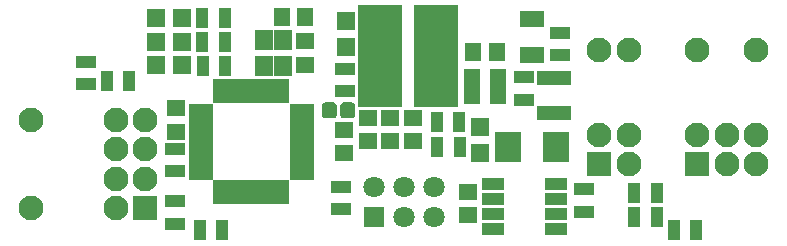
<source format=gts>
G04 #@! TF.GenerationSoftware,KiCad,Pcbnew,5.0.0-fee4fd1~66~ubuntu18.04.1*
G04 #@! TF.CreationDate,2018-12-05T21:06:15-05:00*
G04 #@! TF.ProjectId,Steering2,5374656572696E67322E6B696361645F,rev?*
G04 #@! TF.SameCoordinates,Original*
G04 #@! TF.FileFunction,Soldermask,Top*
G04 #@! TF.FilePolarity,Negative*
%FSLAX46Y46*%
G04 Gerber Fmt 4.6, Leading zero omitted, Abs format (unit mm)*
G04 Created by KiCad (PCBNEW 5.0.0-fee4fd1~66~ubuntu18.04.1) date Wed Dec  5 21:06:15 2018*
%MOMM*%
%LPD*%
G01*
G04 APERTURE LIST*
%ADD10R,1.460000X1.050000*%
%ADD11R,1.700000X1.100000*%
%ADD12R,2.100000X2.100000*%
%ADD13C,2.100000*%
%ADD14R,2.000000X0.950000*%
%ADD15R,0.950000X2.000000*%
%ADD16R,1.650000X1.400000*%
%ADD17R,2.000000X1.400000*%
%ADD18R,1.400000X1.650000*%
%ADD19R,1.600000X1.600000*%
%ADD20R,2.178000X2.559000*%
%ADD21R,2.900000X1.300000*%
%ADD22C,1.800000*%
%ADD23R,1.800000X1.800000*%
%ADD24R,3.700000X8.600000*%
%ADD25R,1.100000X1.700000*%
%ADD26C,0.100000*%
%ADD27C,1.275000*%
%ADD28R,1.950000X1.000000*%
%ADD29R,1.600000X1.800000*%
G04 APERTURE END LIST*
D10*
G04 #@! TO.C,U2*
X71102400Y-32903200D03*
X71102400Y-31953200D03*
X71102400Y-31003200D03*
X68902400Y-31003200D03*
X68902400Y-32903200D03*
X68902400Y-31953200D03*
G04 #@! TD*
D11*
G04 #@! TO.C,R10*
X43764200Y-43596600D03*
X43764200Y-41696600D03*
G04 #@! TD*
D12*
G04 #@! TO.C,J3*
X79629000Y-38544500D03*
D13*
X82129000Y-38544500D03*
X79629000Y-36044500D03*
X82129000Y-36044500D03*
X79629000Y-28864500D03*
X82129000Y-28864500D03*
G04 #@! TD*
D14*
G04 #@! TO.C,IC1*
X54440400Y-39426800D03*
X54440400Y-38626800D03*
X54440400Y-37826800D03*
X54440400Y-37026800D03*
X54440400Y-36226800D03*
X54440400Y-35426800D03*
X54440400Y-34626800D03*
X54440400Y-33826800D03*
D15*
X52990400Y-32376800D03*
X52190400Y-32376800D03*
X51390400Y-32376800D03*
X50590400Y-32376800D03*
X49790400Y-32376800D03*
X48990400Y-32376800D03*
X48190400Y-32376800D03*
X47390400Y-32376800D03*
D14*
X45940400Y-33826800D03*
X45940400Y-34626800D03*
X45940400Y-35426800D03*
X45940400Y-36226800D03*
X45940400Y-37026800D03*
X45940400Y-37826800D03*
X45940400Y-38626800D03*
X45940400Y-39426800D03*
D15*
X47390400Y-40876800D03*
X48190400Y-40876800D03*
X48990400Y-40876800D03*
X49790400Y-40876800D03*
X50590400Y-40876800D03*
X51390400Y-40876800D03*
X52190400Y-40876800D03*
X52990400Y-40876800D03*
G04 #@! TD*
D16*
G04 #@! TO.C,C1*
X58013600Y-35626800D03*
X58013600Y-37626800D03*
G04 #@! TD*
G04 #@! TO.C,C2*
X43815000Y-35798000D03*
X43815000Y-33798000D03*
G04 #@! TD*
D17*
G04 #@! TO.C,C3*
X73964800Y-29287600D03*
X73964800Y-26287600D03*
G04 #@! TD*
D16*
G04 #@! TO.C,C4*
X68529200Y-40868600D03*
X68529200Y-42868600D03*
G04 #@! TD*
D18*
G04 #@! TO.C,C5*
X70986400Y-29057600D03*
X68986400Y-29057600D03*
G04 #@! TD*
G04 #@! TO.C,C6*
X52746400Y-26085800D03*
X54746400Y-26085800D03*
G04 #@! TD*
D16*
G04 #@! TO.C,C7*
X60051900Y-34617206D03*
X60051900Y-36617206D03*
G04 #@! TD*
G04 #@! TO.C,C8*
X54762400Y-28108400D03*
X54762400Y-30108400D03*
G04 #@! TD*
G04 #@! TO.C,C11*
X61956900Y-34617206D03*
X61956900Y-36617206D03*
G04 #@! TD*
G04 #@! TO.C,C12*
X63861900Y-36601206D03*
X63861900Y-34601206D03*
G04 #@! TD*
D19*
G04 #@! TO.C,D1*
X69545200Y-35374400D03*
X69545200Y-37574400D03*
G04 #@! TD*
G04 #@! TO.C,D2*
X58216800Y-26433600D03*
X58216800Y-28633600D03*
G04 #@! TD*
G04 #@! TO.C,D4*
X44348400Y-30124400D03*
X42148400Y-30124400D03*
G04 #@! TD*
G04 #@! TO.C,D5*
X42148400Y-26187400D03*
X44348400Y-26187400D03*
G04 #@! TD*
G04 #@! TO.C,D6*
X44348400Y-28168600D03*
X42148400Y-28168600D03*
G04 #@! TD*
D20*
G04 #@! TO.C,D7*
X71882000Y-37084000D03*
X75946000Y-37084000D03*
G04 #@! TD*
D21*
G04 #@! TO.C,F1*
X75844400Y-34165200D03*
X75844400Y-31265200D03*
G04 #@! TD*
D22*
G04 #@! TO.C,J4*
X65684400Y-40487600D03*
X65684400Y-43027600D03*
X63144400Y-40487600D03*
X63144400Y-43027600D03*
X60604400Y-40487600D03*
D23*
X60604400Y-43027600D03*
G04 #@! TD*
D24*
G04 #@! TO.C,L1*
X65799200Y-29413200D03*
X61099200Y-29413200D03*
G04 #@! TD*
D11*
G04 #@! TO.C,R1*
X43764200Y-39136400D03*
X43764200Y-37236400D03*
G04 #@! TD*
G04 #@! TO.C,R2*
X57810400Y-42352000D03*
X57810400Y-40452000D03*
G04 #@! TD*
D25*
G04 #@! TO.C,R3*
X85943400Y-44119800D03*
X87843400Y-44119800D03*
G04 #@! TD*
G04 #@! TO.C,R4*
X47940000Y-26187400D03*
X46040000Y-26187400D03*
G04 #@! TD*
G04 #@! TO.C,R5*
X47940000Y-28219400D03*
X46040000Y-28219400D03*
G04 #@! TD*
G04 #@! TO.C,R6*
X46055200Y-30200600D03*
X47955200Y-30200600D03*
G04 #@! TD*
D11*
G04 #@! TO.C,R7*
X78333600Y-40655200D03*
X78333600Y-42555200D03*
G04 #@! TD*
D25*
G04 #@! TO.C,R8*
X37927200Y-31470600D03*
X39827200Y-31470600D03*
G04 #@! TD*
G04 #@! TO.C,R9*
X84516000Y-43002200D03*
X82616000Y-43002200D03*
G04 #@! TD*
G04 #@! TO.C,R11*
X84490600Y-40995600D03*
X82590600Y-40995600D03*
G04 #@! TD*
D11*
G04 #@! TO.C,R12*
X58115200Y-30469800D03*
X58115200Y-32369800D03*
G04 #@! TD*
G04 #@! TO.C,R13*
X36220400Y-31785600D03*
X36220400Y-29885600D03*
G04 #@! TD*
D25*
G04 #@! TO.C,R14*
X45811400Y-44094400D03*
X47711400Y-44094400D03*
G04 #@! TD*
D11*
G04 #@! TO.C,R16*
X73304400Y-33070800D03*
X73304400Y-31170800D03*
G04 #@! TD*
G04 #@! TO.C,R17*
X76301600Y-29296400D03*
X76301600Y-27396400D03*
G04 #@! TD*
D25*
G04 #@! TO.C,R19*
X65902800Y-35001200D03*
X67802800Y-35001200D03*
G04 #@! TD*
D26*
G04 #@! TO.C,R20*
G36*
X57118893Y-33311735D02*
X57149835Y-33316325D01*
X57180178Y-33323925D01*
X57209630Y-33334463D01*
X57237908Y-33347838D01*
X57264738Y-33363919D01*
X57289863Y-33382553D01*
X57313040Y-33403560D01*
X57334047Y-33426737D01*
X57352681Y-33451862D01*
X57368762Y-33478692D01*
X57382137Y-33506970D01*
X57392675Y-33536422D01*
X57400275Y-33566765D01*
X57404865Y-33597707D01*
X57406400Y-33628950D01*
X57406400Y-34341450D01*
X57404865Y-34372693D01*
X57400275Y-34403635D01*
X57392675Y-34433978D01*
X57382137Y-34463430D01*
X57368762Y-34491708D01*
X57352681Y-34518538D01*
X57334047Y-34543663D01*
X57313040Y-34566840D01*
X57289863Y-34587847D01*
X57264738Y-34606481D01*
X57237908Y-34622562D01*
X57209630Y-34635937D01*
X57180178Y-34646475D01*
X57149835Y-34654075D01*
X57118893Y-34658665D01*
X57087650Y-34660200D01*
X56450150Y-34660200D01*
X56418907Y-34658665D01*
X56387965Y-34654075D01*
X56357622Y-34646475D01*
X56328170Y-34635937D01*
X56299892Y-34622562D01*
X56273062Y-34606481D01*
X56247937Y-34587847D01*
X56224760Y-34566840D01*
X56203753Y-34543663D01*
X56185119Y-34518538D01*
X56169038Y-34491708D01*
X56155663Y-34463430D01*
X56145125Y-34433978D01*
X56137525Y-34403635D01*
X56132935Y-34372693D01*
X56131400Y-34341450D01*
X56131400Y-33628950D01*
X56132935Y-33597707D01*
X56137525Y-33566765D01*
X56145125Y-33536422D01*
X56155663Y-33506970D01*
X56169038Y-33478692D01*
X56185119Y-33451862D01*
X56203753Y-33426737D01*
X56224760Y-33403560D01*
X56247937Y-33382553D01*
X56273062Y-33363919D01*
X56299892Y-33347838D01*
X56328170Y-33334463D01*
X56357622Y-33323925D01*
X56387965Y-33316325D01*
X56418907Y-33311735D01*
X56450150Y-33310200D01*
X57087650Y-33310200D01*
X57118893Y-33311735D01*
X57118893Y-33311735D01*
G37*
D27*
X56768900Y-33985200D03*
D26*
G36*
X58693893Y-33311735D02*
X58724835Y-33316325D01*
X58755178Y-33323925D01*
X58784630Y-33334463D01*
X58812908Y-33347838D01*
X58839738Y-33363919D01*
X58864863Y-33382553D01*
X58888040Y-33403560D01*
X58909047Y-33426737D01*
X58927681Y-33451862D01*
X58943762Y-33478692D01*
X58957137Y-33506970D01*
X58967675Y-33536422D01*
X58975275Y-33566765D01*
X58979865Y-33597707D01*
X58981400Y-33628950D01*
X58981400Y-34341450D01*
X58979865Y-34372693D01*
X58975275Y-34403635D01*
X58967675Y-34433978D01*
X58957137Y-34463430D01*
X58943762Y-34491708D01*
X58927681Y-34518538D01*
X58909047Y-34543663D01*
X58888040Y-34566840D01*
X58864863Y-34587847D01*
X58839738Y-34606481D01*
X58812908Y-34622562D01*
X58784630Y-34635937D01*
X58755178Y-34646475D01*
X58724835Y-34654075D01*
X58693893Y-34658665D01*
X58662650Y-34660200D01*
X58025150Y-34660200D01*
X57993907Y-34658665D01*
X57962965Y-34654075D01*
X57932622Y-34646475D01*
X57903170Y-34635937D01*
X57874892Y-34622562D01*
X57848062Y-34606481D01*
X57822937Y-34587847D01*
X57799760Y-34566840D01*
X57778753Y-34543663D01*
X57760119Y-34518538D01*
X57744038Y-34491708D01*
X57730663Y-34463430D01*
X57720125Y-34433978D01*
X57712525Y-34403635D01*
X57707935Y-34372693D01*
X57706400Y-34341450D01*
X57706400Y-33628950D01*
X57707935Y-33597707D01*
X57712525Y-33566765D01*
X57720125Y-33536422D01*
X57730663Y-33506970D01*
X57744038Y-33478692D01*
X57760119Y-33451862D01*
X57778753Y-33426737D01*
X57799760Y-33403560D01*
X57822937Y-33382553D01*
X57848062Y-33363919D01*
X57874892Y-33347838D01*
X57903170Y-33334463D01*
X57932622Y-33323925D01*
X57962965Y-33316325D01*
X57993907Y-33311735D01*
X58025150Y-33310200D01*
X58662650Y-33310200D01*
X58693893Y-33311735D01*
X58693893Y-33311735D01*
G37*
D27*
X58343900Y-33985200D03*
G04 #@! TD*
D28*
G04 #@! TO.C,U1*
X70604400Y-40208200D03*
X70604400Y-41478200D03*
X70604400Y-42748200D03*
X70604400Y-44018200D03*
X76004400Y-44018200D03*
X76004400Y-42748200D03*
X76004400Y-41478200D03*
X76004400Y-40208200D03*
G04 #@! TD*
D29*
G04 #@! TO.C,Y1*
X51270000Y-28059200D03*
X51270000Y-30259200D03*
X52870000Y-30259200D03*
X52870000Y-28059200D03*
G04 #@! TD*
D12*
G04 #@! TO.C,J1*
X87947500Y-38544500D03*
D13*
X90447500Y-38544500D03*
X92947500Y-38544500D03*
X87947500Y-36044500D03*
X90447500Y-36044500D03*
X92947500Y-36044500D03*
X87947500Y-28864500D03*
X92947500Y-28864500D03*
G04 #@! TD*
D12*
G04 #@! TO.C,J2*
X41224200Y-42291000D03*
D13*
X41224200Y-39791000D03*
X41224200Y-37291000D03*
X41224200Y-34791000D03*
X38724200Y-42291000D03*
X38724200Y-39791000D03*
X38724200Y-37291000D03*
X38724200Y-34791000D03*
X31544200Y-42291000D03*
X31544200Y-34791000D03*
G04 #@! TD*
D25*
G04 #@! TO.C,R18*
X67838400Y-37109400D03*
X65938400Y-37109400D03*
G04 #@! TD*
M02*

</source>
